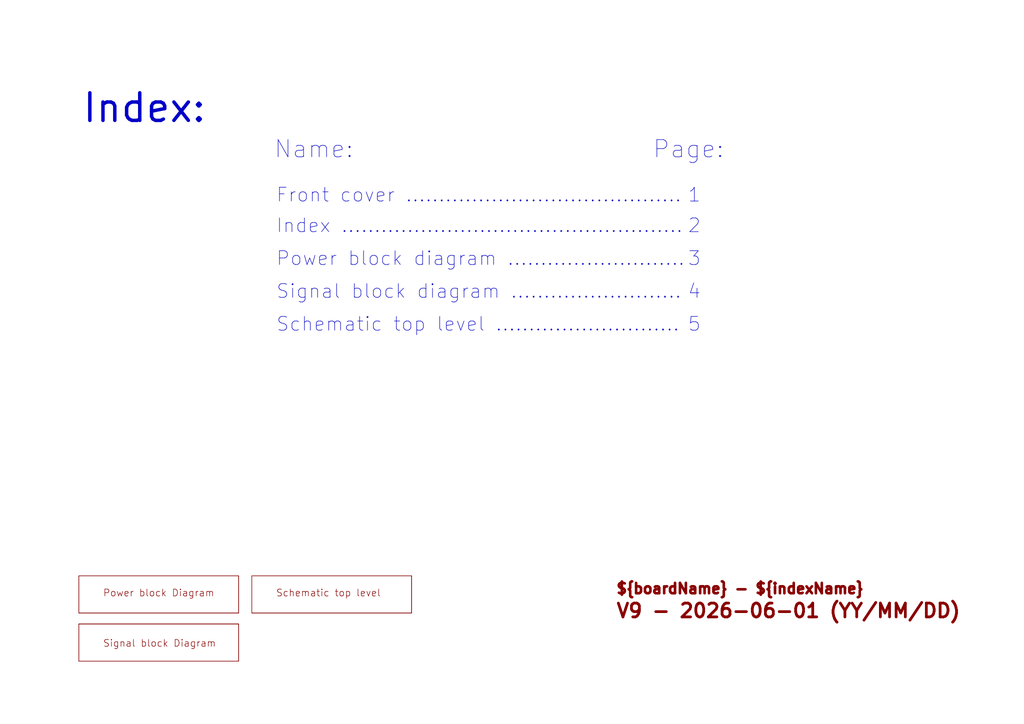
<source format=kicad_sch>
(kicad_sch
	(version 20231120)
	(generator "eeschema")
	(generator_version "8.0")
	(uuid "152dc8ca-1ae6-4745-a4ba-ab361a35bfc2")
	(paper "A4")
	(title_block
		(title "${boardName} - ${indexName}")
		(date "2024-08-29")
		(rev "V9")
	)
	(lib_symbols)
	(text "5"
		(exclude_from_sim no)
		(at 199.39 96.52 0)
		(effects
			(font
				(size 4 4)
			)
			(justify left bottom)
		)
		(uuid "0711adca-415a-4e8a-9bd4-11b57f3054da")
	)
	(text "3"
		(exclude_from_sim no)
		(at 199.39 77.47 0)
		(effects
			(font
				(size 4 4)
			)
			(justify left bottom)
		)
		(uuid "11a364a0-8d31-431e-8b25-ceb35237b885")
	)
	(text "Power block Diagram"
		(exclude_from_sim no)
		(at 29.845 173.355 0)
		(effects
			(font
				(size 2 2)
				(color 132 0 0 1)
			)
			(justify left bottom)
		)
		(uuid "17c4eb43-cb9b-4ae2-b106-b1be4df2caa5")
	)
	(text "Front cover .........................................."
		(exclude_from_sim no)
		(at 80.01 59.055 0)
		(effects
			(font
				(size 4 4)
			)
			(justify left bottom)
		)
		(uuid "21329ce4-f53b-4757-a186-68e3ce22792c")
	)
	(text "4"
		(exclude_from_sim no)
		(at 199.39 86.995 0)
		(effects
			(font
				(size 4 4)
			)
			(justify left bottom)
		)
		(uuid "26f2b7c8-c2de-4596-8e7c-b877177bb530")
	)
	(text "Schematic top level"
		(exclude_from_sim no)
		(at 80.01 173.355 0)
		(effects
			(font
				(size 2 2)
				(color 132 0 0 1)
			)
			(justify left bottom)
		)
		(uuid "4a73f08e-1815-49ea-b4f4-be684143f8c9")
	)
	(text "1"
		(exclude_from_sim no)
		(at 199.39 59.055 0)
		(effects
			(font
				(size 4 4)
			)
			(justify left bottom)
		)
		(uuid "5a4b792d-7daf-49f9-a003-f77559fa2efd")
	)
	(text "${boardName} - ${indexName}"
		(exclude_from_sim no)
		(at 178.435 172.72 0)
		(effects
			(font
				(size 3 3)
				(thickness 0.8)
				(bold yes)
				(color 132 0 0 1)
			)
			(justify left bottom)
		)
		(uuid "68c73076-fc53-4e33-a915-c4ad7b924b5c")
	)
	(text "Schematic top level ............................"
		(exclude_from_sim no)
		(at 80.01 96.52 0)
		(effects
			(font
				(size 4 4)
			)
			(justify left bottom)
		)
		(uuid "78a44f64-78ce-43c9-9fff-a9cb12ae5e58")
	)
	(text "Index ...................................................."
		(exclude_from_sim no)
		(at 80.01 67.945 0)
		(effects
			(font
				(size 4 4)
			)
			(justify left bottom)
		)
		(uuid "86ab502a-b4f3-439d-b0ba-23f8fc09431b")
	)
	(text "${REVISION} - ${CURRENT_DATE} (YY/MM/DD)"
		(exclude_from_sim no)
		(at 178.435 179.705 0)
		(effects
			(font
				(size 4 4)
				(thickness 0.8)
				(bold yes)
				(color 132 0 0 1)
			)
			(justify left bottom)
		)
		(uuid "8e36bfcd-4ce4-4ce6-a0f0-b2c671aef3b4")
	)
	(text "Signal block diagram .........................."
		(exclude_from_sim no)
		(at 80.01 86.995 0)
		(effects
			(font
				(size 4 4)
			)
			(justify left bottom)
		)
		(uuid "99f42c34-2117-40cd-a543-31079bd518a5")
	)
	(text "Signal block Diagram"
		(exclude_from_sim no)
		(at 29.845 187.96 0)
		(effects
			(font
				(size 2 2)
				(color 132 0 0 1)
			)
			(justify left bottom)
		)
		(uuid "9d999c0d-df88-4b84-9d0a-05287308d64e")
	)
	(text "Name:"
		(exclude_from_sim no)
		(at 79.375 46.355 0)
		(effects
			(font
				(size 5 5)
			)
			(justify left bottom)
		)
		(uuid "abaed4f7-8b9b-42fb-b7e6-2364a8a9edf3")
	)
	(text "Page:"
		(exclude_from_sim no)
		(at 189.23 46.355 0)
		(effects
			(font
				(size 5 5)
			)
			(justify left bottom)
		)
		(uuid "cc55bf8f-d3a8-4da6-a5f8-64c109c81511")
	)
	(text "Power block diagram ..........................."
		(exclude_from_sim no)
		(at 80.01 77.47 0)
		(effects
			(font
				(size 4 4)
			)
			(justify left bottom)
		)
		(uuid "d2463a16-5ee1-4ea5-b724-3f5c6b12b298")
	)
	(text "Index:"
		(exclude_from_sim no)
		(at 23.495 36.195 0)
		(effects
			(font
				(size 8 8)
				(thickness 1)
				(bold yes)
			)
			(justify left bottom)
		)
		(uuid "da5e2eb9-cffc-4a6d-876e-eb7dcbbad407")
	)
	(text "2"
		(exclude_from_sim no)
		(at 199.39 67.945 0)
		(effects
			(font
				(size 4 4)
			)
			(justify left bottom)
		)
		(uuid "f621dca6-2e8a-4ab7-8a4b-480d0a1e895d")
	)
	(sheet
		(at 22.86 167.005)
		(size 46.355 10.795)
		(fields_autoplaced yes)
		(stroke
			(width 0.1524)
			(type solid)
		)
		(fill
			(color 0 0 0 0.0000)
		)
		(uuid "3932ca5d-b3c2-447d-bb12-a2b8dbdde072")
		(property "Sheetname" "PowerBD"
			(at 22.86 166.2934 0)
			(effects
				(font
					(size 1.27 1.27)
				)
				(justify left bottom)
				(hide yes)
			)
		)
		(property "Sheetfile" "PowerBD.kicad_sch"
			(at 22.86 178.3846 0)
			(effects
				(font
					(size 1.27 1.27)
				)
				(justify left top)
				(hide yes)
			)
		)
		(instances
			(project "V9"
				(path "/e63e39d7-6ac0-4ffd-8aa3-1841a4541b55/eef31ba5-994a-4dab-8b67-8b56d6ec3764"
					(page "3")
				)
			)
		)
	)
	(sheet
		(at 73.025 167.005)
		(size 46.355 10.795)
		(fields_autoplaced yes)
		(stroke
			(width 0.1524)
			(type solid)
		)
		(fill
			(color 0 0 0 0.0000)
		)
		(uuid "51d7b191-4731-4885-91cc-26f33b9ffa53")
		(property "Sheetname" "schTop"
			(at 73.025 166.2934 0)
			(effects
				(font
					(size 1.27 1.27)
				)
				(justify left bottom)
				(hide yes)
			)
		)
		(property "Sheetfile" "schTop.kicad_sch"
			(at 73.025 178.3846 0)
			(effects
				(font
					(size 1.27 1.27)
				)
				(justify left top)
				(hide yes)
			)
		)
		(instances
			(project "V9"
				(path "/e63e39d7-6ac0-4ffd-8aa3-1841a4541b55/eef31ba5-994a-4dab-8b67-8b56d6ec3764"
					(page "5")
				)
			)
		)
	)
	(sheet
		(at 22.86 180.975)
		(size 46.355 10.795)
		(fields_autoplaced yes)
		(stroke
			(width 0.1524)
			(type solid)
		)
		(fill
			(color 0 0 0 0.0000)
		)
		(uuid "c3b485fe-0f1e-46fb-b3ff-8782ddd819b9")
		(property "Sheetname" "signalBD"
			(at 22.86 180.2634 0)
			(effects
				(font
					(size 1.27 1.27)
				)
				(justify left bottom)
				(hide yes)
			)
		)
		(property "Sheetfile" "signalBD.kicad_sch"
			(at 22.86 192.3546 0)
			(effects
				(font
					(size 1.27 1.27)
				)
				(justify left top)
				(hide yes)
			)
		)
		(instances
			(project "V9"
				(path "/e63e39d7-6ac0-4ffd-8aa3-1841a4541b55/eef31ba5-994a-4dab-8b67-8b56d6ec3764"
					(page "4")
				)
			)
		)
	)
)

</source>
